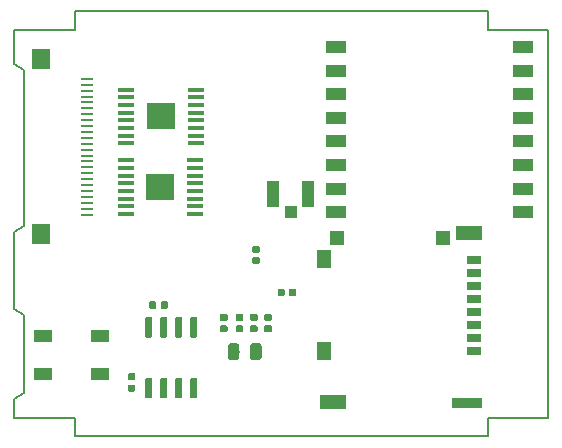
<source format=gbp>
G04 #@! TF.GenerationSoftware,KiCad,Pcbnew,(5.1.4)-1*
G04 #@! TF.CreationDate,2019-10-25T18:11:34-07:00*
G04 #@! TF.ProjectId,mainboard,6d61696e-626f-4617-9264-2e6b69636164,rev?*
G04 #@! TF.SameCoordinates,Original*
G04 #@! TF.FileFunction,Paste,Bot*
G04 #@! TF.FilePolarity,Positive*
%FSLAX46Y46*%
G04 Gerber Fmt 4.6, Leading zero omitted, Abs format (unit mm)*
G04 Created by KiCad (PCBNEW (5.1.4)-1) date 2019-10-25 18:11:34*
%MOMM*%
%LPD*%
G04 APERTURE LIST*
%ADD10C,0.150000*%
%ADD11R,1.500000X1.700000*%
%ADD12R,1.100000X0.250000*%
%ADD13R,1.500000X1.000000*%
%ADD14C,0.100000*%
%ADD15C,0.590000*%
%ADD16R,1.050000X1.050000*%
%ADD17R,1.050000X2.250000*%
%ADD18R,2.460000X2.310000*%
%ADD19R,1.475000X0.450000*%
%ADD20R,1.800000X1.000000*%
%ADD21C,0.600000*%
%ADD22R,1.150000X1.500000*%
%ADD23R,2.200000X1.150000*%
%ADD24R,1.200000X1.160000*%
%ADD25R,1.250000X1.160000*%
%ADD26R,2.500000X0.950000*%
%ADD27R,1.240000X0.800000*%
%ADD28C,0.975000*%
G04 APERTURE END LIST*
D10*
X76625100Y-98791400D02*
X76625100Y-92202000D01*
X77463300Y-78486000D02*
X76625100Y-77978000D01*
X77463300Y-91694000D02*
X76625100Y-92202000D01*
X77463300Y-78486000D02*
X77463300Y-91694000D01*
X81725100Y-75141600D02*
X81725100Y-73541600D01*
X81725100Y-107941600D02*
X81725100Y-109541600D01*
X121800300Y-107941600D02*
X116700300Y-107941600D01*
X76625100Y-75141600D02*
X81725100Y-75141600D01*
X116700300Y-107941600D02*
X116700300Y-109541600D01*
X116700300Y-73541600D02*
X116700300Y-75141600D01*
X121800300Y-75141600D02*
X116700300Y-75141600D01*
X76625100Y-107941600D02*
X76625100Y-106335200D01*
X81725100Y-107941600D02*
X76625100Y-107941600D01*
X77463300Y-99299400D02*
X76625100Y-98791400D01*
X121800300Y-107941600D02*
X121800300Y-75141600D01*
X77463300Y-105827200D02*
X76625100Y-106335200D01*
X77463300Y-99299400D02*
X77463300Y-105827200D01*
X81725100Y-109541600D02*
X116700300Y-109541600D01*
X116700300Y-73541600D02*
X81725100Y-73541600D01*
X76625100Y-75141600D02*
X76625100Y-77978000D01*
D11*
X78921780Y-77611260D03*
X78921780Y-92411260D03*
D12*
X82821780Y-79261260D03*
X82821780Y-79761260D03*
X82821780Y-80261260D03*
X82821780Y-80761260D03*
X82821780Y-81261260D03*
X82821780Y-81761260D03*
X82821780Y-82261260D03*
X82821780Y-82761260D03*
X82821780Y-83261260D03*
X82821780Y-83761260D03*
X82821780Y-84261260D03*
X82821780Y-84761260D03*
X82821780Y-85261260D03*
X82821780Y-85761260D03*
X82821780Y-86261260D03*
X82821780Y-86761260D03*
X82821780Y-87261260D03*
X82821780Y-87761260D03*
X82821780Y-88261260D03*
X82821780Y-88761260D03*
X82821780Y-89261260D03*
X82821780Y-89761260D03*
X82821780Y-90261260D03*
X82821780Y-90761260D03*
D13*
X79020500Y-104216000D03*
X79020500Y-101016000D03*
X83920500Y-104216000D03*
X83920500Y-101016000D03*
D14*
G36*
X88513458Y-98105710D02*
G01*
X88527776Y-98107834D01*
X88541817Y-98111351D01*
X88555446Y-98116228D01*
X88568531Y-98122417D01*
X88580947Y-98129858D01*
X88592573Y-98138481D01*
X88603298Y-98148202D01*
X88613019Y-98158927D01*
X88621642Y-98170553D01*
X88629083Y-98182969D01*
X88635272Y-98196054D01*
X88640149Y-98209683D01*
X88643666Y-98223724D01*
X88645790Y-98238042D01*
X88646500Y-98252500D01*
X88646500Y-98597500D01*
X88645790Y-98611958D01*
X88643666Y-98626276D01*
X88640149Y-98640317D01*
X88635272Y-98653946D01*
X88629083Y-98667031D01*
X88621642Y-98679447D01*
X88613019Y-98691073D01*
X88603298Y-98701798D01*
X88592573Y-98711519D01*
X88580947Y-98720142D01*
X88568531Y-98727583D01*
X88555446Y-98733772D01*
X88541817Y-98738649D01*
X88527776Y-98742166D01*
X88513458Y-98744290D01*
X88499000Y-98745000D01*
X88204000Y-98745000D01*
X88189542Y-98744290D01*
X88175224Y-98742166D01*
X88161183Y-98738649D01*
X88147554Y-98733772D01*
X88134469Y-98727583D01*
X88122053Y-98720142D01*
X88110427Y-98711519D01*
X88099702Y-98701798D01*
X88089981Y-98691073D01*
X88081358Y-98679447D01*
X88073917Y-98667031D01*
X88067728Y-98653946D01*
X88062851Y-98640317D01*
X88059334Y-98626276D01*
X88057210Y-98611958D01*
X88056500Y-98597500D01*
X88056500Y-98252500D01*
X88057210Y-98238042D01*
X88059334Y-98223724D01*
X88062851Y-98209683D01*
X88067728Y-98196054D01*
X88073917Y-98182969D01*
X88081358Y-98170553D01*
X88089981Y-98158927D01*
X88099702Y-98148202D01*
X88110427Y-98138481D01*
X88122053Y-98129858D01*
X88134469Y-98122417D01*
X88147554Y-98116228D01*
X88161183Y-98111351D01*
X88175224Y-98107834D01*
X88189542Y-98105710D01*
X88204000Y-98105000D01*
X88499000Y-98105000D01*
X88513458Y-98105710D01*
X88513458Y-98105710D01*
G37*
D15*
X88351500Y-98425000D03*
D14*
G36*
X89483458Y-98105710D02*
G01*
X89497776Y-98107834D01*
X89511817Y-98111351D01*
X89525446Y-98116228D01*
X89538531Y-98122417D01*
X89550947Y-98129858D01*
X89562573Y-98138481D01*
X89573298Y-98148202D01*
X89583019Y-98158927D01*
X89591642Y-98170553D01*
X89599083Y-98182969D01*
X89605272Y-98196054D01*
X89610149Y-98209683D01*
X89613666Y-98223724D01*
X89615790Y-98238042D01*
X89616500Y-98252500D01*
X89616500Y-98597500D01*
X89615790Y-98611958D01*
X89613666Y-98626276D01*
X89610149Y-98640317D01*
X89605272Y-98653946D01*
X89599083Y-98667031D01*
X89591642Y-98679447D01*
X89583019Y-98691073D01*
X89573298Y-98701798D01*
X89562573Y-98711519D01*
X89550947Y-98720142D01*
X89538531Y-98727583D01*
X89525446Y-98733772D01*
X89511817Y-98738649D01*
X89497776Y-98742166D01*
X89483458Y-98744290D01*
X89469000Y-98745000D01*
X89174000Y-98745000D01*
X89159542Y-98744290D01*
X89145224Y-98742166D01*
X89131183Y-98738649D01*
X89117554Y-98733772D01*
X89104469Y-98727583D01*
X89092053Y-98720142D01*
X89080427Y-98711519D01*
X89069702Y-98701798D01*
X89059981Y-98691073D01*
X89051358Y-98679447D01*
X89043917Y-98667031D01*
X89037728Y-98653946D01*
X89032851Y-98640317D01*
X89029334Y-98626276D01*
X89027210Y-98611958D01*
X89026500Y-98597500D01*
X89026500Y-98252500D01*
X89027210Y-98238042D01*
X89029334Y-98223724D01*
X89032851Y-98209683D01*
X89037728Y-98196054D01*
X89043917Y-98182969D01*
X89051358Y-98170553D01*
X89059981Y-98158927D01*
X89069702Y-98148202D01*
X89080427Y-98138481D01*
X89092053Y-98129858D01*
X89104469Y-98122417D01*
X89117554Y-98116228D01*
X89131183Y-98111351D01*
X89145224Y-98107834D01*
X89159542Y-98105710D01*
X89174000Y-98105000D01*
X89469000Y-98105000D01*
X89483458Y-98105710D01*
X89483458Y-98105710D01*
G37*
D15*
X89321500Y-98425000D03*
D16*
X100012500Y-90552000D03*
D17*
X98537500Y-89027000D03*
X101487500Y-89027000D03*
D14*
G36*
X94547958Y-99172250D02*
G01*
X94562276Y-99174374D01*
X94576317Y-99177891D01*
X94589946Y-99182768D01*
X94603031Y-99188957D01*
X94615447Y-99196398D01*
X94627073Y-99205021D01*
X94637798Y-99214742D01*
X94647519Y-99225467D01*
X94656142Y-99237093D01*
X94663583Y-99249509D01*
X94669772Y-99262594D01*
X94674649Y-99276223D01*
X94678166Y-99290264D01*
X94680290Y-99304582D01*
X94681000Y-99319040D01*
X94681000Y-99614040D01*
X94680290Y-99628498D01*
X94678166Y-99642816D01*
X94674649Y-99656857D01*
X94669772Y-99670486D01*
X94663583Y-99683571D01*
X94656142Y-99695987D01*
X94647519Y-99707613D01*
X94637798Y-99718338D01*
X94627073Y-99728059D01*
X94615447Y-99736682D01*
X94603031Y-99744123D01*
X94589946Y-99750312D01*
X94576317Y-99755189D01*
X94562276Y-99758706D01*
X94547958Y-99760830D01*
X94533500Y-99761540D01*
X94188500Y-99761540D01*
X94174042Y-99760830D01*
X94159724Y-99758706D01*
X94145683Y-99755189D01*
X94132054Y-99750312D01*
X94118969Y-99744123D01*
X94106553Y-99736682D01*
X94094927Y-99728059D01*
X94084202Y-99718338D01*
X94074481Y-99707613D01*
X94065858Y-99695987D01*
X94058417Y-99683571D01*
X94052228Y-99670486D01*
X94047351Y-99656857D01*
X94043834Y-99642816D01*
X94041710Y-99628498D01*
X94041000Y-99614040D01*
X94041000Y-99319040D01*
X94041710Y-99304582D01*
X94043834Y-99290264D01*
X94047351Y-99276223D01*
X94052228Y-99262594D01*
X94058417Y-99249509D01*
X94065858Y-99237093D01*
X94074481Y-99225467D01*
X94084202Y-99214742D01*
X94094927Y-99205021D01*
X94106553Y-99196398D01*
X94118969Y-99188957D01*
X94132054Y-99182768D01*
X94145683Y-99177891D01*
X94159724Y-99174374D01*
X94174042Y-99172250D01*
X94188500Y-99171540D01*
X94533500Y-99171540D01*
X94547958Y-99172250D01*
X94547958Y-99172250D01*
G37*
D15*
X94361000Y-99466540D03*
D14*
G36*
X94547958Y-100142250D02*
G01*
X94562276Y-100144374D01*
X94576317Y-100147891D01*
X94589946Y-100152768D01*
X94603031Y-100158957D01*
X94615447Y-100166398D01*
X94627073Y-100175021D01*
X94637798Y-100184742D01*
X94647519Y-100195467D01*
X94656142Y-100207093D01*
X94663583Y-100219509D01*
X94669772Y-100232594D01*
X94674649Y-100246223D01*
X94678166Y-100260264D01*
X94680290Y-100274582D01*
X94681000Y-100289040D01*
X94681000Y-100584040D01*
X94680290Y-100598498D01*
X94678166Y-100612816D01*
X94674649Y-100626857D01*
X94669772Y-100640486D01*
X94663583Y-100653571D01*
X94656142Y-100665987D01*
X94647519Y-100677613D01*
X94637798Y-100688338D01*
X94627073Y-100698059D01*
X94615447Y-100706682D01*
X94603031Y-100714123D01*
X94589946Y-100720312D01*
X94576317Y-100725189D01*
X94562276Y-100728706D01*
X94547958Y-100730830D01*
X94533500Y-100731540D01*
X94188500Y-100731540D01*
X94174042Y-100730830D01*
X94159724Y-100728706D01*
X94145683Y-100725189D01*
X94132054Y-100720312D01*
X94118969Y-100714123D01*
X94106553Y-100706682D01*
X94094927Y-100698059D01*
X94084202Y-100688338D01*
X94074481Y-100677613D01*
X94065858Y-100665987D01*
X94058417Y-100653571D01*
X94052228Y-100640486D01*
X94047351Y-100626857D01*
X94043834Y-100612816D01*
X94041710Y-100598498D01*
X94041000Y-100584040D01*
X94041000Y-100289040D01*
X94041710Y-100274582D01*
X94043834Y-100260264D01*
X94047351Y-100246223D01*
X94052228Y-100232594D01*
X94058417Y-100219509D01*
X94065858Y-100207093D01*
X94074481Y-100195467D01*
X94084202Y-100184742D01*
X94094927Y-100175021D01*
X94106553Y-100166398D01*
X94118969Y-100158957D01*
X94132054Y-100152768D01*
X94145683Y-100147891D01*
X94159724Y-100144374D01*
X94174042Y-100142250D01*
X94188500Y-100141540D01*
X94533500Y-100141540D01*
X94547958Y-100142250D01*
X94547958Y-100142250D01*
G37*
D15*
X94361000Y-100436540D03*
D14*
G36*
X97278458Y-94361210D02*
G01*
X97292776Y-94363334D01*
X97306817Y-94366851D01*
X97320446Y-94371728D01*
X97333531Y-94377917D01*
X97345947Y-94385358D01*
X97357573Y-94393981D01*
X97368298Y-94403702D01*
X97378019Y-94414427D01*
X97386642Y-94426053D01*
X97394083Y-94438469D01*
X97400272Y-94451554D01*
X97405149Y-94465183D01*
X97408666Y-94479224D01*
X97410790Y-94493542D01*
X97411500Y-94508000D01*
X97411500Y-94803000D01*
X97410790Y-94817458D01*
X97408666Y-94831776D01*
X97405149Y-94845817D01*
X97400272Y-94859446D01*
X97394083Y-94872531D01*
X97386642Y-94884947D01*
X97378019Y-94896573D01*
X97368298Y-94907298D01*
X97357573Y-94917019D01*
X97345947Y-94925642D01*
X97333531Y-94933083D01*
X97320446Y-94939272D01*
X97306817Y-94944149D01*
X97292776Y-94947666D01*
X97278458Y-94949790D01*
X97264000Y-94950500D01*
X96919000Y-94950500D01*
X96904542Y-94949790D01*
X96890224Y-94947666D01*
X96876183Y-94944149D01*
X96862554Y-94939272D01*
X96849469Y-94933083D01*
X96837053Y-94925642D01*
X96825427Y-94917019D01*
X96814702Y-94907298D01*
X96804981Y-94896573D01*
X96796358Y-94884947D01*
X96788917Y-94872531D01*
X96782728Y-94859446D01*
X96777851Y-94845817D01*
X96774334Y-94831776D01*
X96772210Y-94817458D01*
X96771500Y-94803000D01*
X96771500Y-94508000D01*
X96772210Y-94493542D01*
X96774334Y-94479224D01*
X96777851Y-94465183D01*
X96782728Y-94451554D01*
X96788917Y-94438469D01*
X96796358Y-94426053D01*
X96804981Y-94414427D01*
X96814702Y-94403702D01*
X96825427Y-94393981D01*
X96837053Y-94385358D01*
X96849469Y-94377917D01*
X96862554Y-94371728D01*
X96876183Y-94366851D01*
X96890224Y-94363334D01*
X96904542Y-94361210D01*
X96919000Y-94360500D01*
X97264000Y-94360500D01*
X97278458Y-94361210D01*
X97278458Y-94361210D01*
G37*
D15*
X97091500Y-94655500D03*
D14*
G36*
X97278458Y-93391210D02*
G01*
X97292776Y-93393334D01*
X97306817Y-93396851D01*
X97320446Y-93401728D01*
X97333531Y-93407917D01*
X97345947Y-93415358D01*
X97357573Y-93423981D01*
X97368298Y-93433702D01*
X97378019Y-93444427D01*
X97386642Y-93456053D01*
X97394083Y-93468469D01*
X97400272Y-93481554D01*
X97405149Y-93495183D01*
X97408666Y-93509224D01*
X97410790Y-93523542D01*
X97411500Y-93538000D01*
X97411500Y-93833000D01*
X97410790Y-93847458D01*
X97408666Y-93861776D01*
X97405149Y-93875817D01*
X97400272Y-93889446D01*
X97394083Y-93902531D01*
X97386642Y-93914947D01*
X97378019Y-93926573D01*
X97368298Y-93937298D01*
X97357573Y-93947019D01*
X97345947Y-93955642D01*
X97333531Y-93963083D01*
X97320446Y-93969272D01*
X97306817Y-93974149D01*
X97292776Y-93977666D01*
X97278458Y-93979790D01*
X97264000Y-93980500D01*
X96919000Y-93980500D01*
X96904542Y-93979790D01*
X96890224Y-93977666D01*
X96876183Y-93974149D01*
X96862554Y-93969272D01*
X96849469Y-93963083D01*
X96837053Y-93955642D01*
X96825427Y-93947019D01*
X96814702Y-93937298D01*
X96804981Y-93926573D01*
X96796358Y-93914947D01*
X96788917Y-93902531D01*
X96782728Y-93889446D01*
X96777851Y-93875817D01*
X96774334Y-93861776D01*
X96772210Y-93847458D01*
X96771500Y-93833000D01*
X96771500Y-93538000D01*
X96772210Y-93523542D01*
X96774334Y-93509224D01*
X96777851Y-93495183D01*
X96782728Y-93481554D01*
X96788917Y-93468469D01*
X96796358Y-93456053D01*
X96804981Y-93444427D01*
X96814702Y-93433702D01*
X96825427Y-93423981D01*
X96837053Y-93415358D01*
X96849469Y-93407917D01*
X96862554Y-93401728D01*
X96876183Y-93396851D01*
X96890224Y-93393334D01*
X96904542Y-93391210D01*
X96919000Y-93390500D01*
X97264000Y-93390500D01*
X97278458Y-93391210D01*
X97278458Y-93391210D01*
G37*
D15*
X97091500Y-93685500D03*
D18*
X88988900Y-88442800D03*
D19*
X91926900Y-90717800D03*
X91926900Y-90067800D03*
X91926900Y-89417800D03*
X91926900Y-88767800D03*
X91926900Y-88117800D03*
X91926900Y-87467800D03*
X91926900Y-86817800D03*
X91926900Y-86167800D03*
X86050900Y-86167800D03*
X86050900Y-86817800D03*
X86050900Y-87467800D03*
X86050900Y-88117800D03*
X86050900Y-88767800D03*
X86050900Y-89417800D03*
X86050900Y-90067800D03*
X86050900Y-90717800D03*
D18*
X89039700Y-82448400D03*
D19*
X91977700Y-84723400D03*
X91977700Y-84073400D03*
X91977700Y-83423400D03*
X91977700Y-82773400D03*
X91977700Y-82123400D03*
X91977700Y-81473400D03*
X91977700Y-80823400D03*
X91977700Y-80173400D03*
X86101700Y-80173400D03*
X86101700Y-80823400D03*
X86101700Y-81473400D03*
X86101700Y-82123400D03*
X86101700Y-82773400D03*
X86101700Y-83423400D03*
X86101700Y-84073400D03*
X86101700Y-84723400D03*
D20*
X103860000Y-76566000D03*
X103860000Y-78566000D03*
X103860000Y-80566000D03*
X103860000Y-82566000D03*
X103860000Y-84566000D03*
X103860000Y-86566000D03*
X103860000Y-88566000D03*
X103860000Y-90566000D03*
X119660000Y-90566000D03*
X119660000Y-88566000D03*
X119660000Y-86566000D03*
X119660000Y-84566000D03*
X119660000Y-82566000D03*
X119660000Y-80566000D03*
X119660000Y-78566000D03*
X119660000Y-76566000D03*
D14*
G36*
X88175703Y-104570722D02*
G01*
X88190264Y-104572882D01*
X88204543Y-104576459D01*
X88218403Y-104581418D01*
X88231710Y-104587712D01*
X88244336Y-104595280D01*
X88256159Y-104604048D01*
X88267066Y-104613934D01*
X88276952Y-104624841D01*
X88285720Y-104636664D01*
X88293288Y-104649290D01*
X88299582Y-104662597D01*
X88304541Y-104676457D01*
X88308118Y-104690736D01*
X88310278Y-104705297D01*
X88311000Y-104720000D01*
X88311000Y-106170000D01*
X88310278Y-106184703D01*
X88308118Y-106199264D01*
X88304541Y-106213543D01*
X88299582Y-106227403D01*
X88293288Y-106240710D01*
X88285720Y-106253336D01*
X88276952Y-106265159D01*
X88267066Y-106276066D01*
X88256159Y-106285952D01*
X88244336Y-106294720D01*
X88231710Y-106302288D01*
X88218403Y-106308582D01*
X88204543Y-106313541D01*
X88190264Y-106317118D01*
X88175703Y-106319278D01*
X88161000Y-106320000D01*
X87861000Y-106320000D01*
X87846297Y-106319278D01*
X87831736Y-106317118D01*
X87817457Y-106313541D01*
X87803597Y-106308582D01*
X87790290Y-106302288D01*
X87777664Y-106294720D01*
X87765841Y-106285952D01*
X87754934Y-106276066D01*
X87745048Y-106265159D01*
X87736280Y-106253336D01*
X87728712Y-106240710D01*
X87722418Y-106227403D01*
X87717459Y-106213543D01*
X87713882Y-106199264D01*
X87711722Y-106184703D01*
X87711000Y-106170000D01*
X87711000Y-104720000D01*
X87711722Y-104705297D01*
X87713882Y-104690736D01*
X87717459Y-104676457D01*
X87722418Y-104662597D01*
X87728712Y-104649290D01*
X87736280Y-104636664D01*
X87745048Y-104624841D01*
X87754934Y-104613934D01*
X87765841Y-104604048D01*
X87777664Y-104595280D01*
X87790290Y-104587712D01*
X87803597Y-104581418D01*
X87817457Y-104576459D01*
X87831736Y-104572882D01*
X87846297Y-104570722D01*
X87861000Y-104570000D01*
X88161000Y-104570000D01*
X88175703Y-104570722D01*
X88175703Y-104570722D01*
G37*
D21*
X88011000Y-105445000D03*
D14*
G36*
X89445703Y-104570722D02*
G01*
X89460264Y-104572882D01*
X89474543Y-104576459D01*
X89488403Y-104581418D01*
X89501710Y-104587712D01*
X89514336Y-104595280D01*
X89526159Y-104604048D01*
X89537066Y-104613934D01*
X89546952Y-104624841D01*
X89555720Y-104636664D01*
X89563288Y-104649290D01*
X89569582Y-104662597D01*
X89574541Y-104676457D01*
X89578118Y-104690736D01*
X89580278Y-104705297D01*
X89581000Y-104720000D01*
X89581000Y-106170000D01*
X89580278Y-106184703D01*
X89578118Y-106199264D01*
X89574541Y-106213543D01*
X89569582Y-106227403D01*
X89563288Y-106240710D01*
X89555720Y-106253336D01*
X89546952Y-106265159D01*
X89537066Y-106276066D01*
X89526159Y-106285952D01*
X89514336Y-106294720D01*
X89501710Y-106302288D01*
X89488403Y-106308582D01*
X89474543Y-106313541D01*
X89460264Y-106317118D01*
X89445703Y-106319278D01*
X89431000Y-106320000D01*
X89131000Y-106320000D01*
X89116297Y-106319278D01*
X89101736Y-106317118D01*
X89087457Y-106313541D01*
X89073597Y-106308582D01*
X89060290Y-106302288D01*
X89047664Y-106294720D01*
X89035841Y-106285952D01*
X89024934Y-106276066D01*
X89015048Y-106265159D01*
X89006280Y-106253336D01*
X88998712Y-106240710D01*
X88992418Y-106227403D01*
X88987459Y-106213543D01*
X88983882Y-106199264D01*
X88981722Y-106184703D01*
X88981000Y-106170000D01*
X88981000Y-104720000D01*
X88981722Y-104705297D01*
X88983882Y-104690736D01*
X88987459Y-104676457D01*
X88992418Y-104662597D01*
X88998712Y-104649290D01*
X89006280Y-104636664D01*
X89015048Y-104624841D01*
X89024934Y-104613934D01*
X89035841Y-104604048D01*
X89047664Y-104595280D01*
X89060290Y-104587712D01*
X89073597Y-104581418D01*
X89087457Y-104576459D01*
X89101736Y-104572882D01*
X89116297Y-104570722D01*
X89131000Y-104570000D01*
X89431000Y-104570000D01*
X89445703Y-104570722D01*
X89445703Y-104570722D01*
G37*
D21*
X89281000Y-105445000D03*
D14*
G36*
X90715703Y-104570722D02*
G01*
X90730264Y-104572882D01*
X90744543Y-104576459D01*
X90758403Y-104581418D01*
X90771710Y-104587712D01*
X90784336Y-104595280D01*
X90796159Y-104604048D01*
X90807066Y-104613934D01*
X90816952Y-104624841D01*
X90825720Y-104636664D01*
X90833288Y-104649290D01*
X90839582Y-104662597D01*
X90844541Y-104676457D01*
X90848118Y-104690736D01*
X90850278Y-104705297D01*
X90851000Y-104720000D01*
X90851000Y-106170000D01*
X90850278Y-106184703D01*
X90848118Y-106199264D01*
X90844541Y-106213543D01*
X90839582Y-106227403D01*
X90833288Y-106240710D01*
X90825720Y-106253336D01*
X90816952Y-106265159D01*
X90807066Y-106276066D01*
X90796159Y-106285952D01*
X90784336Y-106294720D01*
X90771710Y-106302288D01*
X90758403Y-106308582D01*
X90744543Y-106313541D01*
X90730264Y-106317118D01*
X90715703Y-106319278D01*
X90701000Y-106320000D01*
X90401000Y-106320000D01*
X90386297Y-106319278D01*
X90371736Y-106317118D01*
X90357457Y-106313541D01*
X90343597Y-106308582D01*
X90330290Y-106302288D01*
X90317664Y-106294720D01*
X90305841Y-106285952D01*
X90294934Y-106276066D01*
X90285048Y-106265159D01*
X90276280Y-106253336D01*
X90268712Y-106240710D01*
X90262418Y-106227403D01*
X90257459Y-106213543D01*
X90253882Y-106199264D01*
X90251722Y-106184703D01*
X90251000Y-106170000D01*
X90251000Y-104720000D01*
X90251722Y-104705297D01*
X90253882Y-104690736D01*
X90257459Y-104676457D01*
X90262418Y-104662597D01*
X90268712Y-104649290D01*
X90276280Y-104636664D01*
X90285048Y-104624841D01*
X90294934Y-104613934D01*
X90305841Y-104604048D01*
X90317664Y-104595280D01*
X90330290Y-104587712D01*
X90343597Y-104581418D01*
X90357457Y-104576459D01*
X90371736Y-104572882D01*
X90386297Y-104570722D01*
X90401000Y-104570000D01*
X90701000Y-104570000D01*
X90715703Y-104570722D01*
X90715703Y-104570722D01*
G37*
D21*
X90551000Y-105445000D03*
D14*
G36*
X91985703Y-104570722D02*
G01*
X92000264Y-104572882D01*
X92014543Y-104576459D01*
X92028403Y-104581418D01*
X92041710Y-104587712D01*
X92054336Y-104595280D01*
X92066159Y-104604048D01*
X92077066Y-104613934D01*
X92086952Y-104624841D01*
X92095720Y-104636664D01*
X92103288Y-104649290D01*
X92109582Y-104662597D01*
X92114541Y-104676457D01*
X92118118Y-104690736D01*
X92120278Y-104705297D01*
X92121000Y-104720000D01*
X92121000Y-106170000D01*
X92120278Y-106184703D01*
X92118118Y-106199264D01*
X92114541Y-106213543D01*
X92109582Y-106227403D01*
X92103288Y-106240710D01*
X92095720Y-106253336D01*
X92086952Y-106265159D01*
X92077066Y-106276066D01*
X92066159Y-106285952D01*
X92054336Y-106294720D01*
X92041710Y-106302288D01*
X92028403Y-106308582D01*
X92014543Y-106313541D01*
X92000264Y-106317118D01*
X91985703Y-106319278D01*
X91971000Y-106320000D01*
X91671000Y-106320000D01*
X91656297Y-106319278D01*
X91641736Y-106317118D01*
X91627457Y-106313541D01*
X91613597Y-106308582D01*
X91600290Y-106302288D01*
X91587664Y-106294720D01*
X91575841Y-106285952D01*
X91564934Y-106276066D01*
X91555048Y-106265159D01*
X91546280Y-106253336D01*
X91538712Y-106240710D01*
X91532418Y-106227403D01*
X91527459Y-106213543D01*
X91523882Y-106199264D01*
X91521722Y-106184703D01*
X91521000Y-106170000D01*
X91521000Y-104720000D01*
X91521722Y-104705297D01*
X91523882Y-104690736D01*
X91527459Y-104676457D01*
X91532418Y-104662597D01*
X91538712Y-104649290D01*
X91546280Y-104636664D01*
X91555048Y-104624841D01*
X91564934Y-104613934D01*
X91575841Y-104604048D01*
X91587664Y-104595280D01*
X91600290Y-104587712D01*
X91613597Y-104581418D01*
X91627457Y-104576459D01*
X91641736Y-104572882D01*
X91656297Y-104570722D01*
X91671000Y-104570000D01*
X91971000Y-104570000D01*
X91985703Y-104570722D01*
X91985703Y-104570722D01*
G37*
D21*
X91821000Y-105445000D03*
D14*
G36*
X91985703Y-99420722D02*
G01*
X92000264Y-99422882D01*
X92014543Y-99426459D01*
X92028403Y-99431418D01*
X92041710Y-99437712D01*
X92054336Y-99445280D01*
X92066159Y-99454048D01*
X92077066Y-99463934D01*
X92086952Y-99474841D01*
X92095720Y-99486664D01*
X92103288Y-99499290D01*
X92109582Y-99512597D01*
X92114541Y-99526457D01*
X92118118Y-99540736D01*
X92120278Y-99555297D01*
X92121000Y-99570000D01*
X92121000Y-101020000D01*
X92120278Y-101034703D01*
X92118118Y-101049264D01*
X92114541Y-101063543D01*
X92109582Y-101077403D01*
X92103288Y-101090710D01*
X92095720Y-101103336D01*
X92086952Y-101115159D01*
X92077066Y-101126066D01*
X92066159Y-101135952D01*
X92054336Y-101144720D01*
X92041710Y-101152288D01*
X92028403Y-101158582D01*
X92014543Y-101163541D01*
X92000264Y-101167118D01*
X91985703Y-101169278D01*
X91971000Y-101170000D01*
X91671000Y-101170000D01*
X91656297Y-101169278D01*
X91641736Y-101167118D01*
X91627457Y-101163541D01*
X91613597Y-101158582D01*
X91600290Y-101152288D01*
X91587664Y-101144720D01*
X91575841Y-101135952D01*
X91564934Y-101126066D01*
X91555048Y-101115159D01*
X91546280Y-101103336D01*
X91538712Y-101090710D01*
X91532418Y-101077403D01*
X91527459Y-101063543D01*
X91523882Y-101049264D01*
X91521722Y-101034703D01*
X91521000Y-101020000D01*
X91521000Y-99570000D01*
X91521722Y-99555297D01*
X91523882Y-99540736D01*
X91527459Y-99526457D01*
X91532418Y-99512597D01*
X91538712Y-99499290D01*
X91546280Y-99486664D01*
X91555048Y-99474841D01*
X91564934Y-99463934D01*
X91575841Y-99454048D01*
X91587664Y-99445280D01*
X91600290Y-99437712D01*
X91613597Y-99431418D01*
X91627457Y-99426459D01*
X91641736Y-99422882D01*
X91656297Y-99420722D01*
X91671000Y-99420000D01*
X91971000Y-99420000D01*
X91985703Y-99420722D01*
X91985703Y-99420722D01*
G37*
D21*
X91821000Y-100295000D03*
D14*
G36*
X90715703Y-99420722D02*
G01*
X90730264Y-99422882D01*
X90744543Y-99426459D01*
X90758403Y-99431418D01*
X90771710Y-99437712D01*
X90784336Y-99445280D01*
X90796159Y-99454048D01*
X90807066Y-99463934D01*
X90816952Y-99474841D01*
X90825720Y-99486664D01*
X90833288Y-99499290D01*
X90839582Y-99512597D01*
X90844541Y-99526457D01*
X90848118Y-99540736D01*
X90850278Y-99555297D01*
X90851000Y-99570000D01*
X90851000Y-101020000D01*
X90850278Y-101034703D01*
X90848118Y-101049264D01*
X90844541Y-101063543D01*
X90839582Y-101077403D01*
X90833288Y-101090710D01*
X90825720Y-101103336D01*
X90816952Y-101115159D01*
X90807066Y-101126066D01*
X90796159Y-101135952D01*
X90784336Y-101144720D01*
X90771710Y-101152288D01*
X90758403Y-101158582D01*
X90744543Y-101163541D01*
X90730264Y-101167118D01*
X90715703Y-101169278D01*
X90701000Y-101170000D01*
X90401000Y-101170000D01*
X90386297Y-101169278D01*
X90371736Y-101167118D01*
X90357457Y-101163541D01*
X90343597Y-101158582D01*
X90330290Y-101152288D01*
X90317664Y-101144720D01*
X90305841Y-101135952D01*
X90294934Y-101126066D01*
X90285048Y-101115159D01*
X90276280Y-101103336D01*
X90268712Y-101090710D01*
X90262418Y-101077403D01*
X90257459Y-101063543D01*
X90253882Y-101049264D01*
X90251722Y-101034703D01*
X90251000Y-101020000D01*
X90251000Y-99570000D01*
X90251722Y-99555297D01*
X90253882Y-99540736D01*
X90257459Y-99526457D01*
X90262418Y-99512597D01*
X90268712Y-99499290D01*
X90276280Y-99486664D01*
X90285048Y-99474841D01*
X90294934Y-99463934D01*
X90305841Y-99454048D01*
X90317664Y-99445280D01*
X90330290Y-99437712D01*
X90343597Y-99431418D01*
X90357457Y-99426459D01*
X90371736Y-99422882D01*
X90386297Y-99420722D01*
X90401000Y-99420000D01*
X90701000Y-99420000D01*
X90715703Y-99420722D01*
X90715703Y-99420722D01*
G37*
D21*
X90551000Y-100295000D03*
D14*
G36*
X89445703Y-99420722D02*
G01*
X89460264Y-99422882D01*
X89474543Y-99426459D01*
X89488403Y-99431418D01*
X89501710Y-99437712D01*
X89514336Y-99445280D01*
X89526159Y-99454048D01*
X89537066Y-99463934D01*
X89546952Y-99474841D01*
X89555720Y-99486664D01*
X89563288Y-99499290D01*
X89569582Y-99512597D01*
X89574541Y-99526457D01*
X89578118Y-99540736D01*
X89580278Y-99555297D01*
X89581000Y-99570000D01*
X89581000Y-101020000D01*
X89580278Y-101034703D01*
X89578118Y-101049264D01*
X89574541Y-101063543D01*
X89569582Y-101077403D01*
X89563288Y-101090710D01*
X89555720Y-101103336D01*
X89546952Y-101115159D01*
X89537066Y-101126066D01*
X89526159Y-101135952D01*
X89514336Y-101144720D01*
X89501710Y-101152288D01*
X89488403Y-101158582D01*
X89474543Y-101163541D01*
X89460264Y-101167118D01*
X89445703Y-101169278D01*
X89431000Y-101170000D01*
X89131000Y-101170000D01*
X89116297Y-101169278D01*
X89101736Y-101167118D01*
X89087457Y-101163541D01*
X89073597Y-101158582D01*
X89060290Y-101152288D01*
X89047664Y-101144720D01*
X89035841Y-101135952D01*
X89024934Y-101126066D01*
X89015048Y-101115159D01*
X89006280Y-101103336D01*
X88998712Y-101090710D01*
X88992418Y-101077403D01*
X88987459Y-101063543D01*
X88983882Y-101049264D01*
X88981722Y-101034703D01*
X88981000Y-101020000D01*
X88981000Y-99570000D01*
X88981722Y-99555297D01*
X88983882Y-99540736D01*
X88987459Y-99526457D01*
X88992418Y-99512597D01*
X88998712Y-99499290D01*
X89006280Y-99486664D01*
X89015048Y-99474841D01*
X89024934Y-99463934D01*
X89035841Y-99454048D01*
X89047664Y-99445280D01*
X89060290Y-99437712D01*
X89073597Y-99431418D01*
X89087457Y-99426459D01*
X89101736Y-99422882D01*
X89116297Y-99420722D01*
X89131000Y-99420000D01*
X89431000Y-99420000D01*
X89445703Y-99420722D01*
X89445703Y-99420722D01*
G37*
D21*
X89281000Y-100295000D03*
D14*
G36*
X88175703Y-99420722D02*
G01*
X88190264Y-99422882D01*
X88204543Y-99426459D01*
X88218403Y-99431418D01*
X88231710Y-99437712D01*
X88244336Y-99445280D01*
X88256159Y-99454048D01*
X88267066Y-99463934D01*
X88276952Y-99474841D01*
X88285720Y-99486664D01*
X88293288Y-99499290D01*
X88299582Y-99512597D01*
X88304541Y-99526457D01*
X88308118Y-99540736D01*
X88310278Y-99555297D01*
X88311000Y-99570000D01*
X88311000Y-101020000D01*
X88310278Y-101034703D01*
X88308118Y-101049264D01*
X88304541Y-101063543D01*
X88299582Y-101077403D01*
X88293288Y-101090710D01*
X88285720Y-101103336D01*
X88276952Y-101115159D01*
X88267066Y-101126066D01*
X88256159Y-101135952D01*
X88244336Y-101144720D01*
X88231710Y-101152288D01*
X88218403Y-101158582D01*
X88204543Y-101163541D01*
X88190264Y-101167118D01*
X88175703Y-101169278D01*
X88161000Y-101170000D01*
X87861000Y-101170000D01*
X87846297Y-101169278D01*
X87831736Y-101167118D01*
X87817457Y-101163541D01*
X87803597Y-101158582D01*
X87790290Y-101152288D01*
X87777664Y-101144720D01*
X87765841Y-101135952D01*
X87754934Y-101126066D01*
X87745048Y-101115159D01*
X87736280Y-101103336D01*
X87728712Y-101090710D01*
X87722418Y-101077403D01*
X87717459Y-101063543D01*
X87713882Y-101049264D01*
X87711722Y-101034703D01*
X87711000Y-101020000D01*
X87711000Y-99570000D01*
X87711722Y-99555297D01*
X87713882Y-99540736D01*
X87717459Y-99526457D01*
X87722418Y-99512597D01*
X87728712Y-99499290D01*
X87736280Y-99486664D01*
X87745048Y-99474841D01*
X87754934Y-99463934D01*
X87765841Y-99454048D01*
X87777664Y-99445280D01*
X87790290Y-99437712D01*
X87803597Y-99431418D01*
X87817457Y-99426459D01*
X87831736Y-99422882D01*
X87846297Y-99420722D01*
X87861000Y-99420000D01*
X88161000Y-99420000D01*
X88175703Y-99420722D01*
X88175703Y-99420722D01*
G37*
D21*
X88011000Y-100295000D03*
D14*
G36*
X86737458Y-105156210D02*
G01*
X86751776Y-105158334D01*
X86765817Y-105161851D01*
X86779446Y-105166728D01*
X86792531Y-105172917D01*
X86804947Y-105180358D01*
X86816573Y-105188981D01*
X86827298Y-105198702D01*
X86837019Y-105209427D01*
X86845642Y-105221053D01*
X86853083Y-105233469D01*
X86859272Y-105246554D01*
X86864149Y-105260183D01*
X86867666Y-105274224D01*
X86869790Y-105288542D01*
X86870500Y-105303000D01*
X86870500Y-105598000D01*
X86869790Y-105612458D01*
X86867666Y-105626776D01*
X86864149Y-105640817D01*
X86859272Y-105654446D01*
X86853083Y-105667531D01*
X86845642Y-105679947D01*
X86837019Y-105691573D01*
X86827298Y-105702298D01*
X86816573Y-105712019D01*
X86804947Y-105720642D01*
X86792531Y-105728083D01*
X86779446Y-105734272D01*
X86765817Y-105739149D01*
X86751776Y-105742666D01*
X86737458Y-105744790D01*
X86723000Y-105745500D01*
X86378000Y-105745500D01*
X86363542Y-105744790D01*
X86349224Y-105742666D01*
X86335183Y-105739149D01*
X86321554Y-105734272D01*
X86308469Y-105728083D01*
X86296053Y-105720642D01*
X86284427Y-105712019D01*
X86273702Y-105702298D01*
X86263981Y-105691573D01*
X86255358Y-105679947D01*
X86247917Y-105667531D01*
X86241728Y-105654446D01*
X86236851Y-105640817D01*
X86233334Y-105626776D01*
X86231210Y-105612458D01*
X86230500Y-105598000D01*
X86230500Y-105303000D01*
X86231210Y-105288542D01*
X86233334Y-105274224D01*
X86236851Y-105260183D01*
X86241728Y-105246554D01*
X86247917Y-105233469D01*
X86255358Y-105221053D01*
X86263981Y-105209427D01*
X86273702Y-105198702D01*
X86284427Y-105188981D01*
X86296053Y-105180358D01*
X86308469Y-105172917D01*
X86321554Y-105166728D01*
X86335183Y-105161851D01*
X86349224Y-105158334D01*
X86363542Y-105156210D01*
X86378000Y-105155500D01*
X86723000Y-105155500D01*
X86737458Y-105156210D01*
X86737458Y-105156210D01*
G37*
D15*
X86550500Y-105450500D03*
D14*
G36*
X86737458Y-104186210D02*
G01*
X86751776Y-104188334D01*
X86765817Y-104191851D01*
X86779446Y-104196728D01*
X86792531Y-104202917D01*
X86804947Y-104210358D01*
X86816573Y-104218981D01*
X86827298Y-104228702D01*
X86837019Y-104239427D01*
X86845642Y-104251053D01*
X86853083Y-104263469D01*
X86859272Y-104276554D01*
X86864149Y-104290183D01*
X86867666Y-104304224D01*
X86869790Y-104318542D01*
X86870500Y-104333000D01*
X86870500Y-104628000D01*
X86869790Y-104642458D01*
X86867666Y-104656776D01*
X86864149Y-104670817D01*
X86859272Y-104684446D01*
X86853083Y-104697531D01*
X86845642Y-104709947D01*
X86837019Y-104721573D01*
X86827298Y-104732298D01*
X86816573Y-104742019D01*
X86804947Y-104750642D01*
X86792531Y-104758083D01*
X86779446Y-104764272D01*
X86765817Y-104769149D01*
X86751776Y-104772666D01*
X86737458Y-104774790D01*
X86723000Y-104775500D01*
X86378000Y-104775500D01*
X86363542Y-104774790D01*
X86349224Y-104772666D01*
X86335183Y-104769149D01*
X86321554Y-104764272D01*
X86308469Y-104758083D01*
X86296053Y-104750642D01*
X86284427Y-104742019D01*
X86273702Y-104732298D01*
X86263981Y-104721573D01*
X86255358Y-104709947D01*
X86247917Y-104697531D01*
X86241728Y-104684446D01*
X86236851Y-104670817D01*
X86233334Y-104656776D01*
X86231210Y-104642458D01*
X86230500Y-104628000D01*
X86230500Y-104333000D01*
X86231210Y-104318542D01*
X86233334Y-104304224D01*
X86236851Y-104290183D01*
X86241728Y-104276554D01*
X86247917Y-104263469D01*
X86255358Y-104251053D01*
X86263981Y-104239427D01*
X86273702Y-104228702D01*
X86284427Y-104218981D01*
X86296053Y-104210358D01*
X86308469Y-104202917D01*
X86321554Y-104196728D01*
X86335183Y-104191851D01*
X86349224Y-104188334D01*
X86363542Y-104186210D01*
X86378000Y-104185500D01*
X86723000Y-104185500D01*
X86737458Y-104186210D01*
X86737458Y-104186210D01*
G37*
D15*
X86550500Y-104480500D03*
D22*
X102832000Y-94501000D03*
X102832000Y-102281000D03*
D23*
X103627000Y-106586000D03*
D24*
X103957000Y-92701000D03*
D25*
X112957000Y-92701000D03*
D23*
X115107000Y-92296000D03*
D26*
X114957000Y-106686000D03*
D27*
X115587000Y-94641000D03*
X115587000Y-95741000D03*
X115587000Y-96841000D03*
X115587000Y-97941000D03*
X115587000Y-99041000D03*
X115587000Y-100141000D03*
X115587000Y-101241000D03*
X115587000Y-102341000D03*
D14*
G36*
X95469142Y-101663174D02*
G01*
X95492803Y-101666684D01*
X95516007Y-101672496D01*
X95538529Y-101680554D01*
X95560153Y-101690782D01*
X95580670Y-101703079D01*
X95599883Y-101717329D01*
X95617607Y-101733393D01*
X95633671Y-101751117D01*
X95647921Y-101770330D01*
X95660218Y-101790847D01*
X95670446Y-101812471D01*
X95678504Y-101834993D01*
X95684316Y-101858197D01*
X95687826Y-101881858D01*
X95689000Y-101905750D01*
X95689000Y-102818250D01*
X95687826Y-102842142D01*
X95684316Y-102865803D01*
X95678504Y-102889007D01*
X95670446Y-102911529D01*
X95660218Y-102933153D01*
X95647921Y-102953670D01*
X95633671Y-102972883D01*
X95617607Y-102990607D01*
X95599883Y-103006671D01*
X95580670Y-103020921D01*
X95560153Y-103033218D01*
X95538529Y-103043446D01*
X95516007Y-103051504D01*
X95492803Y-103057316D01*
X95469142Y-103060826D01*
X95445250Y-103062000D01*
X94957750Y-103062000D01*
X94933858Y-103060826D01*
X94910197Y-103057316D01*
X94886993Y-103051504D01*
X94864471Y-103043446D01*
X94842847Y-103033218D01*
X94822330Y-103020921D01*
X94803117Y-103006671D01*
X94785393Y-102990607D01*
X94769329Y-102972883D01*
X94755079Y-102953670D01*
X94742782Y-102933153D01*
X94732554Y-102911529D01*
X94724496Y-102889007D01*
X94718684Y-102865803D01*
X94715174Y-102842142D01*
X94714000Y-102818250D01*
X94714000Y-101905750D01*
X94715174Y-101881858D01*
X94718684Y-101858197D01*
X94724496Y-101834993D01*
X94732554Y-101812471D01*
X94742782Y-101790847D01*
X94755079Y-101770330D01*
X94769329Y-101751117D01*
X94785393Y-101733393D01*
X94803117Y-101717329D01*
X94822330Y-101703079D01*
X94842847Y-101690782D01*
X94864471Y-101680554D01*
X94886993Y-101672496D01*
X94910197Y-101666684D01*
X94933858Y-101663174D01*
X94957750Y-101662000D01*
X95445250Y-101662000D01*
X95469142Y-101663174D01*
X95469142Y-101663174D01*
G37*
D28*
X95201500Y-102362000D03*
D14*
G36*
X97344142Y-101663174D02*
G01*
X97367803Y-101666684D01*
X97391007Y-101672496D01*
X97413529Y-101680554D01*
X97435153Y-101690782D01*
X97455670Y-101703079D01*
X97474883Y-101717329D01*
X97492607Y-101733393D01*
X97508671Y-101751117D01*
X97522921Y-101770330D01*
X97535218Y-101790847D01*
X97545446Y-101812471D01*
X97553504Y-101834993D01*
X97559316Y-101858197D01*
X97562826Y-101881858D01*
X97564000Y-101905750D01*
X97564000Y-102818250D01*
X97562826Y-102842142D01*
X97559316Y-102865803D01*
X97553504Y-102889007D01*
X97545446Y-102911529D01*
X97535218Y-102933153D01*
X97522921Y-102953670D01*
X97508671Y-102972883D01*
X97492607Y-102990607D01*
X97474883Y-103006671D01*
X97455670Y-103020921D01*
X97435153Y-103033218D01*
X97413529Y-103043446D01*
X97391007Y-103051504D01*
X97367803Y-103057316D01*
X97344142Y-103060826D01*
X97320250Y-103062000D01*
X96832750Y-103062000D01*
X96808858Y-103060826D01*
X96785197Y-103057316D01*
X96761993Y-103051504D01*
X96739471Y-103043446D01*
X96717847Y-103033218D01*
X96697330Y-103020921D01*
X96678117Y-103006671D01*
X96660393Y-102990607D01*
X96644329Y-102972883D01*
X96630079Y-102953670D01*
X96617782Y-102933153D01*
X96607554Y-102911529D01*
X96599496Y-102889007D01*
X96593684Y-102865803D01*
X96590174Y-102842142D01*
X96589000Y-102818250D01*
X96589000Y-101905750D01*
X96590174Y-101881858D01*
X96593684Y-101858197D01*
X96599496Y-101834993D01*
X96607554Y-101812471D01*
X96617782Y-101790847D01*
X96630079Y-101770330D01*
X96644329Y-101751117D01*
X96660393Y-101733393D01*
X96678117Y-101717329D01*
X96697330Y-101703079D01*
X96717847Y-101690782D01*
X96739471Y-101680554D01*
X96761993Y-101672496D01*
X96785197Y-101666684D01*
X96808858Y-101663174D01*
X96832750Y-101662000D01*
X97320250Y-101662000D01*
X97344142Y-101663174D01*
X97344142Y-101663174D01*
G37*
D28*
X97076500Y-102362000D03*
D14*
G36*
X95881458Y-99169710D02*
G01*
X95895776Y-99171834D01*
X95909817Y-99175351D01*
X95923446Y-99180228D01*
X95936531Y-99186417D01*
X95948947Y-99193858D01*
X95960573Y-99202481D01*
X95971298Y-99212202D01*
X95981019Y-99222927D01*
X95989642Y-99234553D01*
X95997083Y-99246969D01*
X96003272Y-99260054D01*
X96008149Y-99273683D01*
X96011666Y-99287724D01*
X96013790Y-99302042D01*
X96014500Y-99316500D01*
X96014500Y-99611500D01*
X96013790Y-99625958D01*
X96011666Y-99640276D01*
X96008149Y-99654317D01*
X96003272Y-99667946D01*
X95997083Y-99681031D01*
X95989642Y-99693447D01*
X95981019Y-99705073D01*
X95971298Y-99715798D01*
X95960573Y-99725519D01*
X95948947Y-99734142D01*
X95936531Y-99741583D01*
X95923446Y-99747772D01*
X95909817Y-99752649D01*
X95895776Y-99756166D01*
X95881458Y-99758290D01*
X95867000Y-99759000D01*
X95522000Y-99759000D01*
X95507542Y-99758290D01*
X95493224Y-99756166D01*
X95479183Y-99752649D01*
X95465554Y-99747772D01*
X95452469Y-99741583D01*
X95440053Y-99734142D01*
X95428427Y-99725519D01*
X95417702Y-99715798D01*
X95407981Y-99705073D01*
X95399358Y-99693447D01*
X95391917Y-99681031D01*
X95385728Y-99667946D01*
X95380851Y-99654317D01*
X95377334Y-99640276D01*
X95375210Y-99625958D01*
X95374500Y-99611500D01*
X95374500Y-99316500D01*
X95375210Y-99302042D01*
X95377334Y-99287724D01*
X95380851Y-99273683D01*
X95385728Y-99260054D01*
X95391917Y-99246969D01*
X95399358Y-99234553D01*
X95407981Y-99222927D01*
X95417702Y-99212202D01*
X95428427Y-99202481D01*
X95440053Y-99193858D01*
X95452469Y-99186417D01*
X95465554Y-99180228D01*
X95479183Y-99175351D01*
X95493224Y-99171834D01*
X95507542Y-99169710D01*
X95522000Y-99169000D01*
X95867000Y-99169000D01*
X95881458Y-99169710D01*
X95881458Y-99169710D01*
G37*
D15*
X95694500Y-99464000D03*
D14*
G36*
X95881458Y-100139710D02*
G01*
X95895776Y-100141834D01*
X95909817Y-100145351D01*
X95923446Y-100150228D01*
X95936531Y-100156417D01*
X95948947Y-100163858D01*
X95960573Y-100172481D01*
X95971298Y-100182202D01*
X95981019Y-100192927D01*
X95989642Y-100204553D01*
X95997083Y-100216969D01*
X96003272Y-100230054D01*
X96008149Y-100243683D01*
X96011666Y-100257724D01*
X96013790Y-100272042D01*
X96014500Y-100286500D01*
X96014500Y-100581500D01*
X96013790Y-100595958D01*
X96011666Y-100610276D01*
X96008149Y-100624317D01*
X96003272Y-100637946D01*
X95997083Y-100651031D01*
X95989642Y-100663447D01*
X95981019Y-100675073D01*
X95971298Y-100685798D01*
X95960573Y-100695519D01*
X95948947Y-100704142D01*
X95936531Y-100711583D01*
X95923446Y-100717772D01*
X95909817Y-100722649D01*
X95895776Y-100726166D01*
X95881458Y-100728290D01*
X95867000Y-100729000D01*
X95522000Y-100729000D01*
X95507542Y-100728290D01*
X95493224Y-100726166D01*
X95479183Y-100722649D01*
X95465554Y-100717772D01*
X95452469Y-100711583D01*
X95440053Y-100704142D01*
X95428427Y-100695519D01*
X95417702Y-100685798D01*
X95407981Y-100675073D01*
X95399358Y-100663447D01*
X95391917Y-100651031D01*
X95385728Y-100637946D01*
X95380851Y-100624317D01*
X95377334Y-100610276D01*
X95375210Y-100595958D01*
X95374500Y-100581500D01*
X95374500Y-100286500D01*
X95375210Y-100272042D01*
X95377334Y-100257724D01*
X95380851Y-100243683D01*
X95385728Y-100230054D01*
X95391917Y-100216969D01*
X95399358Y-100204553D01*
X95407981Y-100192927D01*
X95417702Y-100182202D01*
X95428427Y-100172481D01*
X95440053Y-100163858D01*
X95452469Y-100156417D01*
X95465554Y-100150228D01*
X95479183Y-100145351D01*
X95493224Y-100141834D01*
X95507542Y-100139710D01*
X95522000Y-100139000D01*
X95867000Y-100139000D01*
X95881458Y-100139710D01*
X95881458Y-100139710D01*
G37*
D15*
X95694500Y-100434000D03*
D14*
G36*
X97087958Y-99169710D02*
G01*
X97102276Y-99171834D01*
X97116317Y-99175351D01*
X97129946Y-99180228D01*
X97143031Y-99186417D01*
X97155447Y-99193858D01*
X97167073Y-99202481D01*
X97177798Y-99212202D01*
X97187519Y-99222927D01*
X97196142Y-99234553D01*
X97203583Y-99246969D01*
X97209772Y-99260054D01*
X97214649Y-99273683D01*
X97218166Y-99287724D01*
X97220290Y-99302042D01*
X97221000Y-99316500D01*
X97221000Y-99611500D01*
X97220290Y-99625958D01*
X97218166Y-99640276D01*
X97214649Y-99654317D01*
X97209772Y-99667946D01*
X97203583Y-99681031D01*
X97196142Y-99693447D01*
X97187519Y-99705073D01*
X97177798Y-99715798D01*
X97167073Y-99725519D01*
X97155447Y-99734142D01*
X97143031Y-99741583D01*
X97129946Y-99747772D01*
X97116317Y-99752649D01*
X97102276Y-99756166D01*
X97087958Y-99758290D01*
X97073500Y-99759000D01*
X96728500Y-99759000D01*
X96714042Y-99758290D01*
X96699724Y-99756166D01*
X96685683Y-99752649D01*
X96672054Y-99747772D01*
X96658969Y-99741583D01*
X96646553Y-99734142D01*
X96634927Y-99725519D01*
X96624202Y-99715798D01*
X96614481Y-99705073D01*
X96605858Y-99693447D01*
X96598417Y-99681031D01*
X96592228Y-99667946D01*
X96587351Y-99654317D01*
X96583834Y-99640276D01*
X96581710Y-99625958D01*
X96581000Y-99611500D01*
X96581000Y-99316500D01*
X96581710Y-99302042D01*
X96583834Y-99287724D01*
X96587351Y-99273683D01*
X96592228Y-99260054D01*
X96598417Y-99246969D01*
X96605858Y-99234553D01*
X96614481Y-99222927D01*
X96624202Y-99212202D01*
X96634927Y-99202481D01*
X96646553Y-99193858D01*
X96658969Y-99186417D01*
X96672054Y-99180228D01*
X96685683Y-99175351D01*
X96699724Y-99171834D01*
X96714042Y-99169710D01*
X96728500Y-99169000D01*
X97073500Y-99169000D01*
X97087958Y-99169710D01*
X97087958Y-99169710D01*
G37*
D15*
X96901000Y-99464000D03*
D14*
G36*
X97087958Y-100139710D02*
G01*
X97102276Y-100141834D01*
X97116317Y-100145351D01*
X97129946Y-100150228D01*
X97143031Y-100156417D01*
X97155447Y-100163858D01*
X97167073Y-100172481D01*
X97177798Y-100182202D01*
X97187519Y-100192927D01*
X97196142Y-100204553D01*
X97203583Y-100216969D01*
X97209772Y-100230054D01*
X97214649Y-100243683D01*
X97218166Y-100257724D01*
X97220290Y-100272042D01*
X97221000Y-100286500D01*
X97221000Y-100581500D01*
X97220290Y-100595958D01*
X97218166Y-100610276D01*
X97214649Y-100624317D01*
X97209772Y-100637946D01*
X97203583Y-100651031D01*
X97196142Y-100663447D01*
X97187519Y-100675073D01*
X97177798Y-100685798D01*
X97167073Y-100695519D01*
X97155447Y-100704142D01*
X97143031Y-100711583D01*
X97129946Y-100717772D01*
X97116317Y-100722649D01*
X97102276Y-100726166D01*
X97087958Y-100728290D01*
X97073500Y-100729000D01*
X96728500Y-100729000D01*
X96714042Y-100728290D01*
X96699724Y-100726166D01*
X96685683Y-100722649D01*
X96672054Y-100717772D01*
X96658969Y-100711583D01*
X96646553Y-100704142D01*
X96634927Y-100695519D01*
X96624202Y-100685798D01*
X96614481Y-100675073D01*
X96605858Y-100663447D01*
X96598417Y-100651031D01*
X96592228Y-100637946D01*
X96587351Y-100624317D01*
X96583834Y-100610276D01*
X96581710Y-100595958D01*
X96581000Y-100581500D01*
X96581000Y-100286500D01*
X96581710Y-100272042D01*
X96583834Y-100257724D01*
X96587351Y-100243683D01*
X96592228Y-100230054D01*
X96598417Y-100216969D01*
X96605858Y-100204553D01*
X96614481Y-100192927D01*
X96624202Y-100182202D01*
X96634927Y-100172481D01*
X96646553Y-100163858D01*
X96658969Y-100156417D01*
X96672054Y-100150228D01*
X96685683Y-100145351D01*
X96699724Y-100141834D01*
X96714042Y-100139710D01*
X96728500Y-100139000D01*
X97073500Y-100139000D01*
X97087958Y-100139710D01*
X97087958Y-100139710D01*
G37*
D15*
X96901000Y-100434000D03*
D14*
G36*
X100341958Y-97026210D02*
G01*
X100356276Y-97028334D01*
X100370317Y-97031851D01*
X100383946Y-97036728D01*
X100397031Y-97042917D01*
X100409447Y-97050358D01*
X100421073Y-97058981D01*
X100431798Y-97068702D01*
X100441519Y-97079427D01*
X100450142Y-97091053D01*
X100457583Y-97103469D01*
X100463772Y-97116554D01*
X100468649Y-97130183D01*
X100472166Y-97144224D01*
X100474290Y-97158542D01*
X100475000Y-97173000D01*
X100475000Y-97518000D01*
X100474290Y-97532458D01*
X100472166Y-97546776D01*
X100468649Y-97560817D01*
X100463772Y-97574446D01*
X100457583Y-97587531D01*
X100450142Y-97599947D01*
X100441519Y-97611573D01*
X100431798Y-97622298D01*
X100421073Y-97632019D01*
X100409447Y-97640642D01*
X100397031Y-97648083D01*
X100383946Y-97654272D01*
X100370317Y-97659149D01*
X100356276Y-97662666D01*
X100341958Y-97664790D01*
X100327500Y-97665500D01*
X100032500Y-97665500D01*
X100018042Y-97664790D01*
X100003724Y-97662666D01*
X99989683Y-97659149D01*
X99976054Y-97654272D01*
X99962969Y-97648083D01*
X99950553Y-97640642D01*
X99938927Y-97632019D01*
X99928202Y-97622298D01*
X99918481Y-97611573D01*
X99909858Y-97599947D01*
X99902417Y-97587531D01*
X99896228Y-97574446D01*
X99891351Y-97560817D01*
X99887834Y-97546776D01*
X99885710Y-97532458D01*
X99885000Y-97518000D01*
X99885000Y-97173000D01*
X99885710Y-97158542D01*
X99887834Y-97144224D01*
X99891351Y-97130183D01*
X99896228Y-97116554D01*
X99902417Y-97103469D01*
X99909858Y-97091053D01*
X99918481Y-97079427D01*
X99928202Y-97068702D01*
X99938927Y-97058981D01*
X99950553Y-97050358D01*
X99962969Y-97042917D01*
X99976054Y-97036728D01*
X99989683Y-97031851D01*
X100003724Y-97028334D01*
X100018042Y-97026210D01*
X100032500Y-97025500D01*
X100327500Y-97025500D01*
X100341958Y-97026210D01*
X100341958Y-97026210D01*
G37*
D15*
X100180000Y-97345500D03*
D14*
G36*
X99371958Y-97026210D02*
G01*
X99386276Y-97028334D01*
X99400317Y-97031851D01*
X99413946Y-97036728D01*
X99427031Y-97042917D01*
X99439447Y-97050358D01*
X99451073Y-97058981D01*
X99461798Y-97068702D01*
X99471519Y-97079427D01*
X99480142Y-97091053D01*
X99487583Y-97103469D01*
X99493772Y-97116554D01*
X99498649Y-97130183D01*
X99502166Y-97144224D01*
X99504290Y-97158542D01*
X99505000Y-97173000D01*
X99505000Y-97518000D01*
X99504290Y-97532458D01*
X99502166Y-97546776D01*
X99498649Y-97560817D01*
X99493772Y-97574446D01*
X99487583Y-97587531D01*
X99480142Y-97599947D01*
X99471519Y-97611573D01*
X99461798Y-97622298D01*
X99451073Y-97632019D01*
X99439447Y-97640642D01*
X99427031Y-97648083D01*
X99413946Y-97654272D01*
X99400317Y-97659149D01*
X99386276Y-97662666D01*
X99371958Y-97664790D01*
X99357500Y-97665500D01*
X99062500Y-97665500D01*
X99048042Y-97664790D01*
X99033724Y-97662666D01*
X99019683Y-97659149D01*
X99006054Y-97654272D01*
X98992969Y-97648083D01*
X98980553Y-97640642D01*
X98968927Y-97632019D01*
X98958202Y-97622298D01*
X98948481Y-97611573D01*
X98939858Y-97599947D01*
X98932417Y-97587531D01*
X98926228Y-97574446D01*
X98921351Y-97560817D01*
X98917834Y-97546776D01*
X98915710Y-97532458D01*
X98915000Y-97518000D01*
X98915000Y-97173000D01*
X98915710Y-97158542D01*
X98917834Y-97144224D01*
X98921351Y-97130183D01*
X98926228Y-97116554D01*
X98932417Y-97103469D01*
X98939858Y-97091053D01*
X98948481Y-97079427D01*
X98958202Y-97068702D01*
X98968927Y-97058981D01*
X98980553Y-97050358D01*
X98992969Y-97042917D01*
X99006054Y-97036728D01*
X99019683Y-97031851D01*
X99033724Y-97028334D01*
X99048042Y-97026210D01*
X99062500Y-97025500D01*
X99357500Y-97025500D01*
X99371958Y-97026210D01*
X99371958Y-97026210D01*
G37*
D15*
X99210000Y-97345500D03*
D14*
G36*
X98294458Y-99169710D02*
G01*
X98308776Y-99171834D01*
X98322817Y-99175351D01*
X98336446Y-99180228D01*
X98349531Y-99186417D01*
X98361947Y-99193858D01*
X98373573Y-99202481D01*
X98384298Y-99212202D01*
X98394019Y-99222927D01*
X98402642Y-99234553D01*
X98410083Y-99246969D01*
X98416272Y-99260054D01*
X98421149Y-99273683D01*
X98424666Y-99287724D01*
X98426790Y-99302042D01*
X98427500Y-99316500D01*
X98427500Y-99611500D01*
X98426790Y-99625958D01*
X98424666Y-99640276D01*
X98421149Y-99654317D01*
X98416272Y-99667946D01*
X98410083Y-99681031D01*
X98402642Y-99693447D01*
X98394019Y-99705073D01*
X98384298Y-99715798D01*
X98373573Y-99725519D01*
X98361947Y-99734142D01*
X98349531Y-99741583D01*
X98336446Y-99747772D01*
X98322817Y-99752649D01*
X98308776Y-99756166D01*
X98294458Y-99758290D01*
X98280000Y-99759000D01*
X97935000Y-99759000D01*
X97920542Y-99758290D01*
X97906224Y-99756166D01*
X97892183Y-99752649D01*
X97878554Y-99747772D01*
X97865469Y-99741583D01*
X97853053Y-99734142D01*
X97841427Y-99725519D01*
X97830702Y-99715798D01*
X97820981Y-99705073D01*
X97812358Y-99693447D01*
X97804917Y-99681031D01*
X97798728Y-99667946D01*
X97793851Y-99654317D01*
X97790334Y-99640276D01*
X97788210Y-99625958D01*
X97787500Y-99611500D01*
X97787500Y-99316500D01*
X97788210Y-99302042D01*
X97790334Y-99287724D01*
X97793851Y-99273683D01*
X97798728Y-99260054D01*
X97804917Y-99246969D01*
X97812358Y-99234553D01*
X97820981Y-99222927D01*
X97830702Y-99212202D01*
X97841427Y-99202481D01*
X97853053Y-99193858D01*
X97865469Y-99186417D01*
X97878554Y-99180228D01*
X97892183Y-99175351D01*
X97906224Y-99171834D01*
X97920542Y-99169710D01*
X97935000Y-99169000D01*
X98280000Y-99169000D01*
X98294458Y-99169710D01*
X98294458Y-99169710D01*
G37*
D15*
X98107500Y-99464000D03*
D14*
G36*
X98294458Y-100139710D02*
G01*
X98308776Y-100141834D01*
X98322817Y-100145351D01*
X98336446Y-100150228D01*
X98349531Y-100156417D01*
X98361947Y-100163858D01*
X98373573Y-100172481D01*
X98384298Y-100182202D01*
X98394019Y-100192927D01*
X98402642Y-100204553D01*
X98410083Y-100216969D01*
X98416272Y-100230054D01*
X98421149Y-100243683D01*
X98424666Y-100257724D01*
X98426790Y-100272042D01*
X98427500Y-100286500D01*
X98427500Y-100581500D01*
X98426790Y-100595958D01*
X98424666Y-100610276D01*
X98421149Y-100624317D01*
X98416272Y-100637946D01*
X98410083Y-100651031D01*
X98402642Y-100663447D01*
X98394019Y-100675073D01*
X98384298Y-100685798D01*
X98373573Y-100695519D01*
X98361947Y-100704142D01*
X98349531Y-100711583D01*
X98336446Y-100717772D01*
X98322817Y-100722649D01*
X98308776Y-100726166D01*
X98294458Y-100728290D01*
X98280000Y-100729000D01*
X97935000Y-100729000D01*
X97920542Y-100728290D01*
X97906224Y-100726166D01*
X97892183Y-100722649D01*
X97878554Y-100717772D01*
X97865469Y-100711583D01*
X97853053Y-100704142D01*
X97841427Y-100695519D01*
X97830702Y-100685798D01*
X97820981Y-100675073D01*
X97812358Y-100663447D01*
X97804917Y-100651031D01*
X97798728Y-100637946D01*
X97793851Y-100624317D01*
X97790334Y-100610276D01*
X97788210Y-100595958D01*
X97787500Y-100581500D01*
X97787500Y-100286500D01*
X97788210Y-100272042D01*
X97790334Y-100257724D01*
X97793851Y-100243683D01*
X97798728Y-100230054D01*
X97804917Y-100216969D01*
X97812358Y-100204553D01*
X97820981Y-100192927D01*
X97830702Y-100182202D01*
X97841427Y-100172481D01*
X97853053Y-100163858D01*
X97865469Y-100156417D01*
X97878554Y-100150228D01*
X97892183Y-100145351D01*
X97906224Y-100141834D01*
X97920542Y-100139710D01*
X97935000Y-100139000D01*
X98280000Y-100139000D01*
X98294458Y-100139710D01*
X98294458Y-100139710D01*
G37*
D15*
X98107500Y-100434000D03*
M02*

</source>
